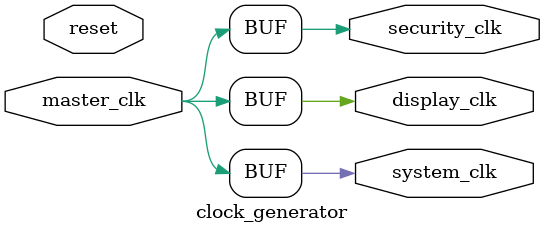
<source format=v>
module clock_generator(
    input  wire master_clk,
    input  wire reset,
    output wire system_clk,
    output wire display_clk,
    output wire security_clk
);

    assign system_clk   = master_clk;  // For simulation, no division needed
    assign display_clk  = master_clk;
    assign security_clk = master_clk;

endmodule

</source>
